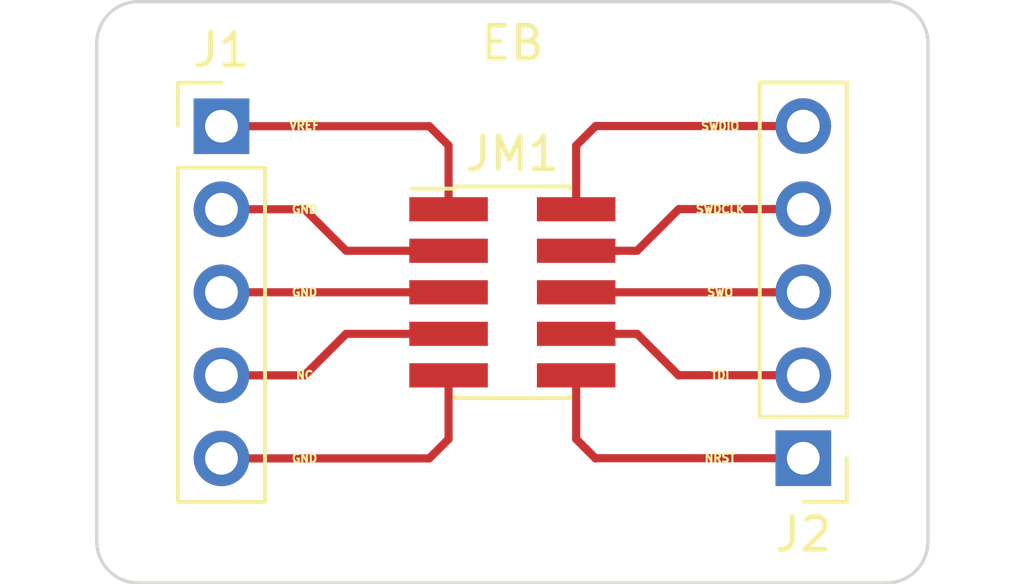
<source format=kicad_pcb>
(kicad_pcb (version 20211014) (generator pcbnew)
  (layers (0 "F.Cu" signal) (31 "B.Cu" signal) (34 "B.Paste" user) (35 "F.Paste" user) (36 "B.SilkS" user "B.Silkscreen") (37 "F.SilkS" user "F.Silkscreen") (38 "B.Mask" user) (39 "F.Mask" user) (44 "Edge.Cuts" user))
  (net 0 "")
  (net 1 "Net-(J1-Pad2)")
  (net 2 "Net-(J1-Pad4)")
  (net 3 "Net-(J1-Pad1)")
  (net 4 "Net-(J1-Pad3)")
  (net 5 "Net-(J1-Pad5)")
  (net 6 "Net-(J2-Pad5)")
  (net 7 "Net-(J2-Pad4)")
  (net 8 "Net-(J2-Pad3)")
  (net 9 "Net-(J2-Pad2)")
  (net 10 "Net-(J2-Pad1)")
  (footprint "Connector_PinHeader_1.27mm:PinHeader_2x05_P1.27mm_Vertical_SMD" (layer "F.Cu") (at 128.27 85.09)
    (fp_text reference "JM1" (at 0 -4.235) (layer "F.SilkS"))
    (fp_text value "Conn_02x05_Odd_Even")
    (fp_line (start -1.765 -3.235) (end -1.765 -3.17) (layer "F.SilkS") (width 0.12))
    (fp_line (start 1.765 -3.235) (end 1.765 -3.17) (layer "F.SilkS") (width 0.12))
    (fp_line (start -1.765 3.17) (end -1.765 3.235) (layer "F.SilkS") (width 0.12))
    (fp_line (start -3.09 -3.17) (end -1.765 -3.17) (layer "F.SilkS") (width 0.12))
    (fp_line (start 1.765 3.17) (end 1.765 3.235) (layer "F.SilkS") (width 0.12))
    (fp_line (start -1.765 -3.235) (end 1.765 -3.235) (layer "F.SilkS") (width 0.12))
    (fp_line (start -1.765 3.235) (end 1.765 3.235) (layer "F.SilkS") (width 0.12))
    (pad "1" smd rect (at -1.95 -2.54) (size 2.4 0.74) (layers "F.Cu" "F.Paste" "F.Mask") (net 3 "Net-(J1-Pad1)"))
    (pad "2" smd rect (at 1.95 -2.54) (size 2.4 0.74) (layers "F.Cu" "F.Paste" "F.Mask") (net 6 "Net-(J2-Pad5)"))
    (pad "3" smd rect (at -1.95 -1.27) (size 2.4 0.74) (layers "F.Cu" "F.Paste" "F.Mask") (net 1 "Net-(J1-Pad2)"))
    (pad "4" smd rect (at 1.95 -1.27) (size 2.4 0.74) (layers "F.Cu" "F.Paste" "F.Mask") (net 7 "Net-(J2-Pad4)"))
    (pad "5" smd rect (at -1.95 0) (size 2.4 0.74) (layers "F.Cu" "F.Paste" "F.Mask") (net 4 "Net-(J1-Pad3)"))
    (pad "6" smd rect (at 1.95 0) (size 2.4 0.74) (layers "F.Cu" "F.Paste" "F.Mask") (net 8 "Net-(J2-Pad3)"))
    (pad "7" smd rect (at -1.95 1.27) (size 2.4 0.74) (layers "F.Cu" "F.Paste" "F.Mask") (net 2 "Net-(J1-Pad4)"))
    (pad "8" smd rect (at 1.95 1.27) (size 2.4 0.74) (layers "F.Cu" "F.Paste" "F.Mask") (net 9 "Net-(J2-Pad2)"))
    (pad "9" smd rect (at -1.95 2.54) (size 2.4 0.74) (layers "F.Cu" "F.Paste" "F.Mask") (net 5 "Net-(J1-Pad5)"))
    (pad "10" smd rect (at 1.95 2.54) (size 2.4 0.74) (layers "F.Cu" "F.Paste" "F.Mask") (net 10 "Net-(J2-Pad1)"))
  )
  (footprint "Connector_PinHeader_2.54mm:PinHeader_1x05_P2.54mm_Vertical" (layer "F.Cu") (at 119.38 80.01)
    (fp_text reference "J1" (at 0 -2.33) (layer "F.SilkS"))
    (fp_text value "Conn_01x05_Male")
    (fp_line (start -1.33 11.49) (end 1.33 11.49) (layer "F.SilkS") (width 0.12))
    (fp_line (start -1.33 1.27) (end 1.33 1.27) (layer "F.SilkS") (width 0.12))
    (fp_line (start -1.33 0) (end -1.33 -1.33) (layer "F.SilkS") (width 0.12))
    (fp_line (start -1.33 1.27) (end -1.33 11.49) (layer "F.SilkS") (width 0.12))
    (fp_line (start 1.33 1.27) (end 1.33 11.49) (layer "F.SilkS") (width 0.12))
    (fp_line (start -1.33 -1.33) (end 0 -1.33) (layer "F.SilkS") (width 0.12))
    (pad "1" thru_hole rect (at 0 0) (size 1.7 1.7) (drill 1) (layers *.Cu *.Mask) (net 3 "Net-(J1-Pad1)"))
    (pad "2" thru_hole oval (at 0 2.54) (size 1.7 1.7) (drill 1) (layers *.Cu *.Mask) (net 1 "Net-(J1-Pad2)"))
    (pad "3" thru_hole oval (at 0 5.08) (size 1.7 1.7) (drill 1) (layers *.Cu *.Mask) (net 4 "Net-(J1-Pad3)"))
    (pad "4" thru_hole oval (at 0 7.62) (size 1.7 1.7) (drill 1) (layers *.Cu *.Mask) (net 2 "Net-(J1-Pad4)"))
    (pad "5" thru_hole oval (at 0 10.16) (size 1.7 1.7) (drill 1) (layers *.Cu *.Mask) (net 5 "Net-(J1-Pad5)"))
  )
  (footprint "Connector_PinHeader_2.54mm:PinHeader_1x05_P2.54mm_Vertical" (layer "F.Cu") (at 137.16 90.165 180)
    (fp_text reference "J2" (at 0 -2.33 180) (layer "F.SilkS"))
    (fp_text value "Conn_01x05_Male")
    (fp_line (start -1.33 -1.33) (end 0 -1.33) (layer "F.SilkS") (width 0.12))
    (fp_line (start -1.33 1.27) (end 1.33 1.27) (layer "F.SilkS") (width 0.12))
    (fp_line (start 1.33 1.27) (end 1.33 11.49) (layer "F.SilkS") (width 0.12))
    (fp_line (start -1.33 11.49) (end 1.33 11.49) (layer "F.SilkS") (width 0.12))
    (fp_line (start -1.33 0) (end -1.33 -1.33) (layer "F.SilkS") (width 0.12))
    (fp_line (start -1.33 1.27) (end -1.33 11.49) (layer "F.SilkS") (width 0.12))
    (pad "1" thru_hole rect (at 0 0 180) (size 1.7 1.7) (drill 1) (layers *.Cu *.Mask) (net 10 "Net-(J2-Pad1)"))
    (pad "2" thru_hole oval (at 0 2.54 180) (size 1.7 1.7) (drill 1) (layers *.Cu *.Mask) (net 9 "Net-(J2-Pad2)"))
    (pad "3" thru_hole oval (at 0 5.08 180) (size 1.7 1.7) (drill 1) (layers *.Cu *.Mask) (net 8 "Net-(J2-Pad3)"))
    (pad "4" thru_hole oval (at 0 7.62 180) (size 1.7 1.7) (drill 1) (layers *.Cu *.Mask) (net 7 "Net-(J2-Pad4)"))
    (pad "5" thru_hole oval (at 0 10.16 180) (size 1.7 1.7) (drill 1) (layers *.Cu *.Mask) (net 6 "Net-(J2-Pad5)"))
  )
  (gr_arc (start 139.7 76.2) (mid 140.598026 76.571974) (end 140.97 77.47) (layer "Edge.Cuts") (width 0.1))
  (gr_arc (start 115.57 77.47) (mid 115.941974 76.571974) (end 116.84 76.2) (layer "Edge.Cuts") (width 0.1))
  (gr_arc (start 140.97 92.71) (mid 140.598026 93.608026) (end 139.7 93.98) (layer "Edge.Cuts") (width 0.1))
  (gr_line (start 118.11 76.2) (end 139.7 76.2) (layer "Edge.Cuts") (width 0.1))
  (gr_line (start 140.97 77.47) (end 140.97 92.71) (layer "Edge.Cuts") (width 0.1))
  (gr_line (start 115.57 92.71) (end 115.57 77.47) (layer "Edge.Cuts") (width 0.1))
  (gr_line (start 116.84 76.2) (end 118.11 76.2) (layer "Edge.Cuts") (width 0.1))
  (gr_line (start 139.7 93.98) (end 116.84 93.98) (layer "Edge.Cuts") (width 0.1))
  (gr_arc (start 116.84 93.98) (mid 115.941974 93.608026) (end 115.57 92.71) (layer "Edge.Cuts") (width 0.1))
  (gr_text "SWDCLK" (at 134.62 82.55) (layer "F.SilkS") (effects (font (size 0.25 0.25) (thickness 0.0625))))
  (gr_text "SWDIO" (at 134.62 80.01) (layer "F.SilkS") (effects (font (size 0.25 0.25) (thickness 0.0625))))
  (gr_text "GND" (at 121.92 82.55) (layer "F.SilkS") (effects (font (size 0.25 0.25) (thickness 0.0625))))
  (gr_text "GND" (at 121.92 90.17) (layer "F.SilkS") (effects (font (size 0.25 0.25) (thickness 0.0625))))
  (gr_text "NRST" (at 134.619999 90.158623) (layer "F.SilkS") (effects (font (size 0.25 0.25) (thickness 0.0625))))
  (gr_text "EB" (at 128.27 77.47) (layer "F.SilkS") (effects (font (size 1 1))))
  (gr_text "GND" (at 121.92 85.09) (layer "F.SilkS") (effects (font (size 0.25 0.25) (thickness 0.0625))))
  (gr_text "TDI" (at 134.62 87.63) (layer "F.SilkS") (effects (font (size 0.25 0.25) (thickness 0.0625))))
  (gr_text "NC" (at 121.92 87.63) (layer "F.SilkS") (effects (font (size 0.25 0.25) (thickness 0.0625))))
  (gr_text "SWO" (at 134.62 85.09) (layer "F.SilkS") (effects (font (size 0.25 0.25) (thickness 0.0625))))
  (gr_text "VREF" (at 121.915258 79.990089) (layer "F.SilkS") (effects (font (size 0.25 0.25) (thickness 0.0625))))
  (segment (start 123.19 83.82) (end 121.92 82.55) (width 0.25) (layer "F.Cu") (net 1))
  (segment (start 126.32 83.82) (end 123.19 83.82) (width 0.25) (layer "F.Cu") (net 1))
  (segment (start 121.92 82.55) (end 119.38 82.55) (width 0.25) (layer "F.Cu") (net 1))
  (segment (start 123.19 86.36) (end 121.92 87.63) (width 0.25) (layer "F.Cu") (net 2))
  (segment (start 121.92 87.63) (end 119.38 87.63) (width 0.25) (layer "F.Cu") (net 2))
  (segment (start 126.32 86.36) (end 123.19 86.36) (width 0.25) (layer "F.Cu") (net 2))
  (segment (start 125.73 80.01) (end 119.38 80.01) (width 0.25) (layer "F.Cu") (net 3))
  (segment (start 126.32 80.6) (end 125.73 80.01) (width 0.25) (layer "F.Cu") (net 3))
  (segment (start 126.32 82.55) (end 126.32 80.6) (width 0.25) (layer "F.Cu") (net 3))
  (segment (start 126.32 85.09) (end 119.38 85.09) (width 0.25) (layer "F.Cu") (net 4))
  (segment (start 126.32 87.63) (end 126.32 89.58) (width 0.25) (layer "F.Cu") (net 5))
  (segment (start 126.32 89.58) (end 125.73 90.17) (width 0.25) (layer "F.Cu") (net 5))
  (segment (start 125.73 90.17) (end 119.38 90.17) (width 0.25) (layer "F.Cu") (net 5))
  (segment (start 130.22 82.55) (end 130.22 80.6) (width 0.25) (layer "F.Cu") (net 6))
  (segment (start 130.815 80.005) (end 137.16 80.005) (width 0.25) (layer "F.Cu") (net 6))
  (segment (start 130.22 80.6) (end 130.815 80.005) (width 0.25) (layer "F.Cu") (net 6))
  (segment (start 132.08 83.82) (end 133.355 82.545) (width 0.25) (layer "F.Cu") (net 7))
  (segment (start 133.355 82.545) (end 137.16 82.545) (width 0.25) (layer "F.Cu") (net 7))
  (segment (start 130.22 83.82) (end 132.08 83.82) (width 0.25) (layer "F.Cu") (net 7))
  (segment (start 137.155 85.09) (end 137.16 85.085) (width 0.25) (layer "F.Cu") (net 8))
  (segment (start 130.22 85.09) (end 137.155 85.09) (width 0.25) (layer "F.Cu") (net 8))
  (segment (start 133.35 87.63) (end 133.355 87.625) (width 0.25) (layer "F.Cu") (net 9))
  (segment (start 132.08 86.36) (end 133.35 87.63) (width 0.25) (layer "F.Cu") (net 9))
  (segment (start 130.22 86.36) (end 132.08 86.36) (width 0.25) (layer "F.Cu") (net 9))
  (segment (start 133.355 87.625) (end 137.16 87.625) (width 0.25) (layer "F.Cu") (net 9))
  (segment (start 130.22 89.58) (end 130.81 90.17) (width 0.25) (layer "F.Cu") (net 10))
  (segment (start 130.815 90.165) (end 137.16 90.165) (width 0.25) (layer "F.Cu") (net 10))
  (segment (start 130.22 87.63) (end 130.22 89.58) (width 0.25) (layer "F.Cu") (net 10))
  (segment (start 130.81 90.17) (end 130.815 90.165) (width 0.25) (layer "F.Cu") (net 10))
)
</source>
